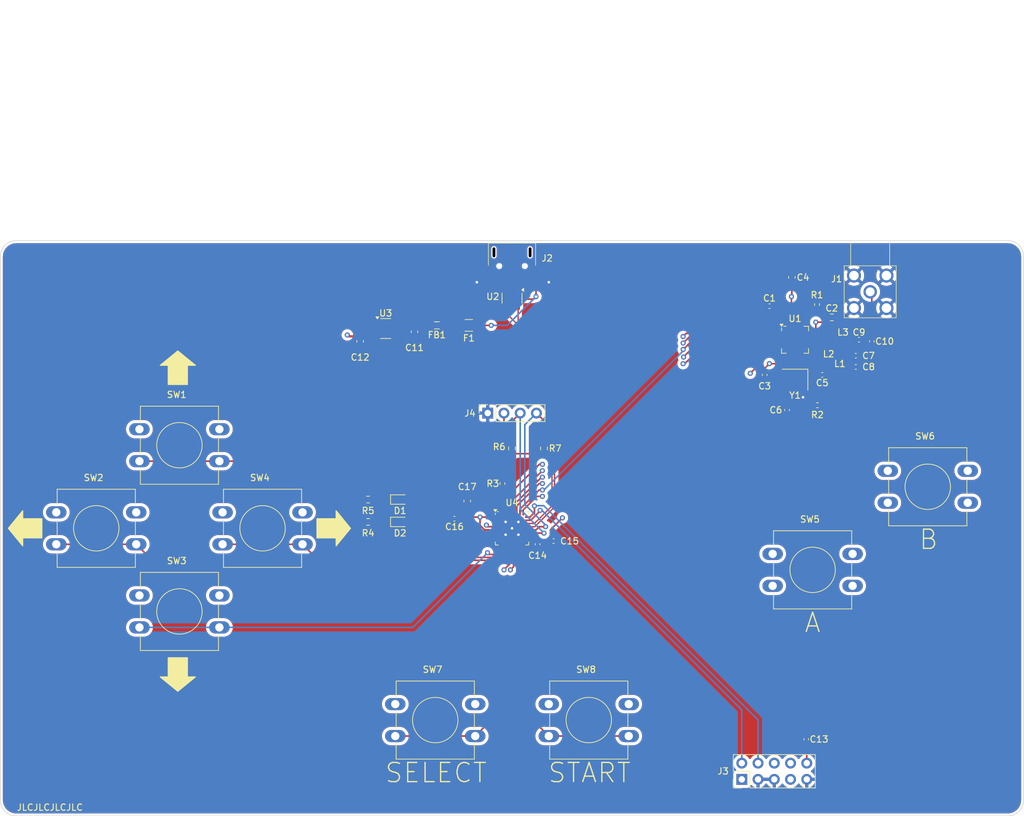
<source format=kicad_pcb>
(kicad_pcb (version 20240108) (generator "pcbnew") (generator_version "8.0")
  (title_block (date "2024-05-30"))
  (layers (0 "F.Cu" signal) (1 "In1.Cu" signal) (2 "In2.Cu" signal) (31 "B.Cu" signal) (34 "B.Paste" user) (35 "F.Paste" user) (36 "B.SilkS" user "B.Silkscreen") (37 "F.SilkS" user "F.Silkscreen") (38 "B.Mask" user) (39 "F.Mask" user) (44 "Edge.Cuts" user))
  (net 0 "")
  (net 1 "GND")
  (net 2 "Net-(U1-DVDD)")
  (net 3 "+3V3")
  (net 4 "NRF_XC1")
  (net 5 "NRF_XC2")
  (net 6 "NRF_VDD_PA")
  (net 7 "Net-(C9-Pad1)")
  (net 8 "Net-(J1-In)")
  (net 9 "Net-(U3-VI)")
  (net 10 "NRST")
  (net 11 "Net-(D1-K)")
  (net 12 "Net-(D1-A)")
  (net 13 "Net-(D2-A)")
  (net 14 "Net-(D2-K)")
  (net 15 "Net-(F1-Pad1)")
  (net 16 "+5V")
  (net 17 "USB_CONN_D-")
  (net 20 "USB_CONN_D+")
  (net 23 "SWDIO")
  (net 24 "SWCLK")
  (net 26 "I2C1_SCL")
  (net 27 "I2C1_SDA")
  (net 28 "NRF_ANT_1")
  (net 29 "NRF_ANT_2")
  (net 30 "Net-(U1-IREF)")
  (net 31 "Net-(U4-PH3)")
  (net 32 "Button_UP")
  (net 33 "Button_LF")
  (net 34 "Button_DN")
  (net 35 "Button_RT")
  (net 36 "Button_A")
  (net 37 "Button_B")
  (net 38 "SPI_MISO")
  (net 39 "NRF_CE")
  (net 40 "SPI_CS")
  (net 41 "SPI_SCK")
  (net 42 "SPI_MOSI")
  (net 43 "NRF_IRQ")
  (net 44 "USB_D+")
  (net 45 "USB_D-")
  (net 49 "Button_SELECT")
  (net 50 "Button_START")
  (footprint "Library:TC-1103-C-D" (layer "F.Cu") (at 189.25 109)
    (property "Reference" "SW5")
    (property "Value" "A")
  )
  (footprint "Package_TO_SOT_SMD:SOT-23-6" (layer "F.Cu") (at 148.5 69 -90)
    (property "Reference" "U2")
    (property "Value" "USBLC6-2SC6" (hide yes))
  )
  (footprint "Resistor_SMD:R_0603_1608Metric" (layer "F.Cu") (at 148.5 92.5 90)
    (property "Reference" "R6")
    (property "Value" "2.2k" (hide yes))
  )
  (footprint "Resistor_SMD:R_0603_1608Metric" (layer "F.Cu") (at 126 100.5 180)
    (property "Reference" "R5")
    (property "Value" "2.2k" (hide yes))
  )
  (footprint "Capacitor_SMD:C_0402_1005Metric" (layer "F.Cu") (at 191.5 86.5 -90)
    (property "Reference" "C6")
    (property "Value" "12p" (hide yes))
  )
  (footprint "Capacitor_SMD:C_0402_1005Metric" (layer "F.Cu") (at 202.25 79.75)
    (property "Reference" "C8")
    (property "Value" "4.7p" (hide yes))
  )
  (footprint "Inductor_SMD:L_0402_1005Metric" (layer "F.Cu") (at 198 75.985 -90)
    (property "Reference" "L2")
    (property "Value" "8.2n" (hide yes))
  )
  (footprint "Capacitor_SMD:C_0402_1005Metric" (layer "F.Cu") (at 188 81 -90)
    (property "Reference" "C3")
    (property "Value" "1n" (hide yes))
  )
  (footprint "Resistor_SMD:R_0402_1005Metric" (layer "F.Cu") (at 196.1875 70 90)
    (property "Reference" "R1")
    (property "Value" "22k" (hide yes))
  )
  (footprint "Capacitor_SMD:C_0402_1005Metric" (layer "F.Cu") (at 202.25 78)
    (property "Reference" "C7")
    (property "Value" "2.2n" (hide yes))
  )
  (footprint "Package_DFN_QFN:QFN-20-1EP_4x4mm_P0.5mm_EP2.5x2.5mm" (layer "F.Cu") (at 192.75 75.5)
    (property "Reference" "U1")
    (property "Value" "nRF24L01P" (hide yes))
  )
  (footprint "Connector_PinHeader_2.54mm:PinHeader_2x05_P2.54mm_Vertical" (layer "F.Cu") (at 184.425 144.275 90)
    (property "Reference" "J3")
    (property "Value" "SWD STLINk" (hide yes))
  )
  (footprint "Inductor_SMD:L_0402_1005Metric" (layer "F.Cu") (at 199.75 77.5 -90)
    (property "Reference" "L1")
    (property "Value" "2.7n" (hide yes))
  )
  (footprint "Library:XC6206P332MR" (layer "F.Cu") (at 128.75 73.75)
    (property "Reference" "U3")
    (property "Value" "XC6206P332MR" (hide yes))
  )
  (footprint "Capacitor_SMD:C_0603_1608Metric" (layer "F.Cu") (at 133.25 74.25 -90)
    (property "Reference" "C11")
    (property "Value" "10u" (hide yes))
  )
  (footprint "Library:TC-1103-C-D" (layer "F.Cu") (at 90.25 115.5)
    (property "Reference" "SW3")
    (property "Value" "DN")
  )
  (footprint "Inductor_SMD:L_0805_2012Metric" (layer "F.Cu") (at 136.75 73.25 180)
    (property "Reference" "FB1")
    (property "Value" "100 @ 100 MHz" (hide yes))
  )
  (footprint "Library:MICRO-02-G2P3-A1T2" (layer "F.Cu") (at 148.5 62.5 180)
    (property "Reference" "J2")
    (property "Value" "USB_B_Micro" (hide yes))
  )
  (footprint "Library:TC-1103-C-D" (layer "F.Cu") (at 154.25 132.5)
    (property "Reference" "SW8")
    (property "Value" "START")
  )
  (footprint "Library:TC-1103-C-D" (layer "F.Cu") (at 90.25 89.5)
    (property "Reference" "SW1")
    (property "Value" "UP")
  )
  (footprint "Fuse:Fuse_1206_3216Metric" (layer "F.Cu") (at 141.75 73.25)
    (property "Reference" "F1")
    (property "Value" "120 mA" (hide yes))
  )
  (footprint "LED_SMD:LED_0603_1608Metric" (layer "F.Cu") (at 131 104)
    (property "Reference" "D2")
    (property "Value" "GREEN" (hide yes))
  )
  (footprint "Crystal:Crystal_SMD_3225-4Pin_3.2x2.5mm" (layer "F.Cu") (at 192.75 81.75 180)
    (property "Reference" "Y1")
    (property "Value" "16 MHz" (hide yes))
  )
  (footprint "Inductor_SMD:L_0402_1005Metric" (layer "F.Cu") (at 200.25 75.5)
    (property "Reference" "L3")
    (property "Value" "3.9n" (hide yes))
  )
  (footprint "Capacitor_SMD:C_0402_1005Metric" (layer "F.Cu") (at 139.5 103.5 180)
    (property "Reference" "C16")
    (property "Value" "100n" (hide yes))
  )
  (footprint "Library:TC-1103-C-D" (layer "F.Cu") (at 207.25 96)
    (property "Reference" "SW6")
    (property "Value" "B")
  )
  (footprint "Capacitor_SMD:C_0402_1005Metric" (layer "F.Cu") (at 204.75 75.75 -90)
    (property "Reference" "C10")
    (property "Value" "1p" (hide yes))
  )
  (footprint "Capacitor_SMD:C_0603_1608Metric" (layer "F.Cu") (at 192.25 65.75 90)
    (property "Reference" "C4")
    (property "Value" "4.7u" (hide yes))
  )
  (footprint "Capacitor_SMD:C_0402_1005Metric" (layer "F.Cu") (at 202.75 75.5)
    (property "Reference" "C9")
    (property "Value" "1.5p" (hide yes))
  )
  (footprint "LED_SMD:LED_0603_1608Metric" (layer "F.Cu") (at 131 100.5)
    (property "Reference" "D1")
    (property "Value" "BLUE" (hide yes))
  )
  (footprint "Library:STM32L432KBU6" (layer "F.Cu") (at 148.5 105)
    (property "Reference" "U4")
    (property "Value" "STM32L432KBU6" (hide yes))
  )
  (footprint "Capacitor_SMD:C_0402_1005Metric" (layer "F.Cu") (at 155 107)
    (property "Reference" "C15")
    (property "Value" "100n" (hide yes))
  )
  (footprint "Library:TC-1103-C-D" (layer "F.Cu") (at 103.25 102.5)
    (property "Reference" "SW4")
    (property "Value" "RT")
  )
  (footprint "Capacitor_SMD:C_0603_1608Metric" (layer "F.Cu") (at 124.75 75.75 -90)
    (property "Reference" "C12")
    (property "Value" "10u" (hide yes))
  )
  (footprint "Resistor_SMD:R_0402_1005Metric" (layer "F.Cu") (at 147 98 90)
    (property "Reference" "R3")
    (property "Value" "10k" (hide yes))
  )
  (footprint "Library:TC-1103-C-D" (layer "F.Cu") (at 77.25 102.5)
    (property "Reference" "SW2")
    (property "Value" "LF")
  )
  (footprint "Library:SMA-KWE902" (layer "F.Cu") (at 204.5 68)
    (property "Reference" "J1")
    (property "Value" "SMA" (hide yes))
  )
  (footprint "Connector_PinSocket_2.54mm:PinSocket_1x04_P2.54mm_Vertical" (layer "F.Cu") (at 144.7 86.975 90)
    (property "Reference" "J4")
    (property "Value" "Conn_01x04" (hide yes))
  )
  (footprint "Capacitor_SMD:C_0402_1005Metric" (layer "F.Cu") (at 152.5 107.5 -90)
    (property "Reference" "C14")
    (property "Value" "100n" (hide yes))
  )
  (footprint "Capacitor_SMD:C_0402_1005Metric" (layer "F.Cu") (at 197 81)
    (property "Reference" "C5")
    (property "Value" "12p" (hide yes))
  )
  (footprint "Resistor_SMD:R_0402_1005Metric" (layer "F.Cu") (at 196.25 85.75 180)
    (property "Reference" "R2")
    (property "Value" "1M" (hide yes))
  )
  (footprint "Resistor_SMD:R_0603_1608Metric" (layer "F.Cu") (at 153.5 92.5 90)
    (property "Reference" "R7")
    (property "Value" "2.2k" (hide yes))
  )
  (footprint "Capacitor_SMD:C_0402_1005Metric" (layer "F.Cu") (at 188.75 70.25 180)
    (property "Reference" "C1")
    (property "Value" "33n" (hide yes))
  )
  (footprint "Capacitor_SMD:C_0603_1608Metric" (layer "F.Cu") (at 141.5 100.725 90)
    (property "Reference" "C17")
    (property "Value" "4.7u" (hide yes))
  )
  (footprint "Capacitor_SMD:C_0402_1005Metric" (layer "F.Cu") (at 194.5 138 90)
    (property "Reference" "C13")
    (property "Value" "100n" (hide yes))
  )
  (footprint "Resistor_SMD:R_0603_1608Metric" (layer "F.Cu") (at 126 104 180)
    (property "Reference" "R4")
    (property "Value" "2.2k" (hide yes))
  )
  (footprint "Resistor_SMD:R_0603_1608Metric" (layer "F.Cu") (at 198.5 72)
    (property "Reference" "C2")
    (property "Value" "10n" (hide yes))
  )
  (footprint "Library:TC-1103-C-D" (layer "F.Cu") (at 130.25 132.5)
    (property "Reference" "SW7")
    (property "Value" "SELECT")
  )
  (gr_poly (pts (xy 94.75 82.5) (xy 97.75 82.5) (xy 97.75 79.5) (xy 99 79.5) (xy 96.25 77.25) (xy 93.5 79.5) (xy 94.75 79.5)) (stroke (width 0.16)) (fill solid) (layer "F.SilkS"))
  (gr_poly (pts (xy 75 106.5) (xy 75 103.5) (xy 72 103.5) (xy 72 102.25) (xy 69.75 105) (xy 72 107.75) (xy 72 106.5)) (stroke (width 0.16)) (fill solid) (layer "F.SilkS"))
  (gr_poly (pts (xy 97.75 125.25) (xy 94.75 125.25) (xy 94.75 128.25) (xy 93.5 128.25) (xy 96.25 130.5) (xy 99 128.25) (xy 97.75 128.25)) (stroke (width 0.16)) (fill solid) (layer "F.SilkS"))
  (gr_poly (pts (xy 118 103.5) (xy 118 106.5) (xy 121 106.5) (xy 121 107.75) (xy 123.25 105) (xy 121 102.25) (xy 121 103.5)) (stroke (width 0.16)) (fill solid) (layer "F.SilkS"))
  (gr_line (start 68.5 147.5) (end 68.5 62.5) (stroke (width 0.1)) (layer "Edge.Cuts"))
  (gr_line (start 228.5 62.5) (end 228.5 147.5) (stroke (width 0.1)) (layer "Edge.Cuts"))
  (gr_arc (start 68.5 62.5) (mid 69.232233 60.732233) (end 71 60) (stroke (width 0.1)) (layer "Edge.Cuts"))
  (gr_arc (start 228.5 147.5) (mid 227.767767 149.267767) (end 226 150) (stroke (width 0.1)) (layer "Edge.Cuts"))
  (gr_arc (start 71 150) (mid 69.232233 149.267767) (end 68.5 147.5) (stroke (width 0.1)) (layer "Edge.Cuts"))
  (gr_line (start 71 60) (end 226 60) (stroke (width 0.1)) (layer "Edge.Cuts"))
  (gr_line (start 226 150) (end 71 150) (stroke (width 0.1)) (layer "Edge.Cuts"))
  (gr_arc (start 226 60) (mid 227.767767 60.732233) (end 228.5 62.5) (stroke (width 0.1)) (layer "Edge.Cuts"))
  (gr_text "JLCJLCJLCJLC" (at 71 149.25 0) (layer "F.SilkS") (effects (font (size 1 1) (thickness 0.16)) (justify left bottom)))
  (segment (start 147.2 64.5) (end 147.2 65.55) (width 0.25) (layer "F.Cu") (net 1))
  (segment (start 194.6875 75) (end 195.75 75) (width 0.25) (layer "F.Cu") (net 1))
  (segment (start 190.5 79.75) (end 189.5 80.75) (width 0.25) (layer "F.Cu") (net 1))
  (segment (start 191.75 73.5625) (end 191.75 73.0625) (width 0.25) (layer "F.Cu") (net 1))
  (segment (start 193.25 73.5625) (end 193.25 70.6875) (width 0.3) (layer "F.Cu") (net 1))
  (segment (start 146.75 101.75) (end 146 101) (width 0.25) (layer "F.Cu") (net 1))
  (segment (start 150.25 107.4375) (end 150.25 108.25) (width 0.25) (layer "F.Cu") (net 1))
  (segment (start 150.25 108.25) (end 151 109) (width 0.25) (layer "F.Cu") (net 1))
  (segment (start 193.25 70.6875) (end 193.6875 70.25) (width 0.3) (layer "F.Cu") (net 1))
  (segment (start 146.75 102.5625) (end 146.75 101.75) (width 0.25) (layer "F.Cu") (net 1))
  (segment (start 192.75 79.25) (end 192.25 79.75) (width 0.25) (layer "F.Cu") (net 1))
  (segment (start 148.024999 69) (end 145.5 69) (width 0.25) (layer "F.Cu") (net 1))
  (segment (start 190.35 80.9) (end 188.75 82.5) (width 0.25) (layer "F.Cu") (net 1))
  (segment (start 191.65 80.9) (end 190.35 80.9) (width 0.25) (layer "F.Cu") (net 1))
  (segment (start 191.75 73.0625) (end 190.6875 72) (width 0.25) (layer "F.Cu") (net 1))
  (segment (start 148.5 67.8625) (end 148.5 68.524999) (width 0.25) (layer "F.Cu") (net 1))
  (segment (start 147.2 65.55) (end 145.25 67.5) (width 0.25) (layer "F.Cu") (net 1))
  (segment (start 192.25 79.75) (end 190.5 79.75) (width 0.25) (layer "F.Cu") (net 1))
  (segment (start 148.5 68.524999) (end 148.024999 69) (width 0.25) (layer "F.Cu") (net 1))
  (segment (start 195.75 75) (end 196.5 74.25) (width 0.25) (layer "F.Cu") (net 1))
  (segment (start 192.75 77.4375) (end 192.75 79.25) (width 0.25) (layer "F.Cu") (net 1))
  (via (at 147.5 106) (size 0.8) (drill 0.4) (layers "F.Cu" "B.Cu") (net 1))
  (via (at 147.5 104) (size 0.8) (drill 0.4) (layers "F.Cu" "B.Cu") (net 1))
  (via (at 149.5 104) (size 0.8) (drill 0.4) (layers "F.Cu" "B.Cu") (net 1))
  (via (at 154.25 66.5) (size 0.8) (drill 0.4) (layers "F.Cu" "B.Cu") (net 1))
  (via (at 148.5 105) (size 0.8) (drill 0.4) (layers "F.Cu" "B.Cu") (net 1))
  (via (at 143 66.5) (size 0.8) (drill 0.4) (layers "F.Cu" "B.Cu") (net 1))
  (via (at 149.5 106) (size 0.8) (drill 0.4) (layers "F.Cu" "B.Cu") (net 1))
  (via (at 194 84.5) (size 0.8) (drill 0.4) (layers "F.Cu" "B.Cu") (net 1))
  (segment (start 191.1875 71) (end 191.1875 70.5) (width 0.25) (layer "F.Cu") (net 2))
  (segment (start 192.25 72.0625) (end 191.1875 71) (width 0.25) (layer "F.Cu") (net 2))
  (segment (start 192.25 73.5625) (end 192.25 72.0625) (width 0.25) (layer "F.Cu") (net 2))
  (segment (start 190.9375 70.25) (end 191.1875 70.5) (width 0.25) (layer "F.Cu") (net 2))
  (segment (start 189.23 70.25) (end 190.9375 70.25) (width 0.25) (layer "F.Cu") (net 2))
  (segment (start 148.5 93.325) (end 147.24 92.065) (width 0.25) (layer "F.Cu") (net 3))
  (segment (start 192.25 66.525) (end 192.25 68.6875) (width 0.25) (layer "F.Cu") (net 3))
  (segment (start 143.5 103.25) (end 143.5 104.525306) (width 0.25) (layer "F.Cu") (net 3))
  (segment (start 143.5 103.25) (end 140.23 103.25) (width 0.25) (layer "F.Cu") (net 3))
  (segment (start 192.25 79) (end 192.25 77.4375) (width 0.25) (layer "F.Cu") (net 3))
  (segment (start 188 79.974694) (end 188.737347 79.237347) (width 0.25) (layer "F.Cu") (net 3))
  (segment (start 188.737347 79.237347) (end 188.75 79.25) (width 0.25) (layer "F.Cu") (net 3))
  (segment (start 124.75 74.975) (end 122.975 74.975) (width 0.35) (layer "F.Cu") (net 3))
  (segment (start 195.162195 74.5) (end 194.6875 74.5) (width 0.25) (layer "F.Cu") (net 3))
  (segment (start 143.5 103.25) (end 146.0625 103.25) (width 0.25) (layer "F.Cu") (net 3))
  (segment (start 143.5 104.525306) (end 144.224694 105.25) (width 0.25) (layer "F.Cu") (net 3))
  (segment (start 192.1875 68.75) (end 192.1875 71.363604) (width 0.25) (layer "F.Cu") (net 3))
  (segment (start 192.75 71.926104) (end 192.75 73.5625) (width 0.25) (layer "F.Cu") (net 3))
  (segment (start 140.23 103.25) (end 139.98 103.5) (width 0.25) (layer "F.Cu") (net 3))
  (segment (start 122.975 74.975) (end 122.75 74.75) (width 0.25) (layer "F.Cu") (net 3))
  (segment (start 188 80.52) (end 188 79.974694) (width 0.25) (layer "F.Cu") (net 3))
  (segment (start 152.5 107.02) (end 154.5 107.02) (width 0.25) (layer "F.Cu") (net 3))
  (segment (start 127.6125 74.7) (end 125.025 74.7) (width 0.35) (layer "F.Cu") (net 3))
  (segment (start 147.24 92.065) (end 147.24 86.975) (width 0.25) (layer "F.Cu") (net 3))
  (segment (start 152.23 106.75) (end 152.5 107.02) (width 0.25) (layer "F.Cu") (net 3))
  (segment (start 188.75 79.25) (end 192 79.25) (width 0.25) (layer "F.Cu") (net 3))
  (segment (start 154.52 105.23) (end 154.52 107) (width 0.25) (layer "F.Cu") (net 3))
  (segment (start 153.5 93.325) (end 148.5 93.325) (width 0.25) (layer "F.Cu") (net 3))
  (segment (start 192.25 68.6875) (end 192.1875 68.75) (width 0.25) (layer "F.Cu") (net 3))
  (segment (start 125.025 74.7) (end 124.75 74.975) (width 0.25) (layer "F.Cu") (net 3))
  (segment (start 156.387653 103.362347) (end 154.52 105.23) (width 0.25) (layer "F.Cu") (net 3))
  (segment (start 192 79.25) (end 192.25 79) (width 0.25) (layer "F.Cu") (net 3))
  (segment (start 196 73.662195) (end 195.162195 74.5) (width 0.25) (layer "F.Cu") (net 3))
  (segment (start 196 72.75) (end 196 73.662195) (width 0.25) (layer "F.Cu") (net 3))
  (segment (start 150.9375 106.75) (end 152.23 106.75) (width 0.25) (layer "F.Cu") (net 3))
  (segment (start 154.5 107.02) (end 154.52 107) (width 0.25) (layer "F.Cu") (net 3))
  (segment (start 141.5 103.25) (end 141.5 101.5) (width 0.25) (layer "F.Cu") (net 3))
  (segment (start 144.224694 105.25) (end 146.0625 105.25) (width 0.25) (layer "F.Cu") (net 3))
  (segment (start 196 72.75) (end 196.925 72.75) (width 0.25) (layer "F.Cu") (net 3))
  (segment (start 192.1875 71.363604) (end 192.75 71.926104) (width 0.25) (layer "F.Cu") (net 3))
  (segment (start 196.925 72.75) (end 197.675 72) (width 0.25) (layer "F.Cu") (net 3))
  (via (at 122.75 74.75) (size 0.8) (drill 0.4) (layers "F.Cu" "B.Cu") (net 3))
  (via (at 188.737347 79.237347) (size 0.8) (drill 0.4) (layers "F.Cu" "B.Cu") (net 3))
  (via (at 192.1875 68.75) (size 0.8) (drill 0.4) (layers "F.Cu" "B.Cu") (net 3))
  (via (at 196 72.75) (size 0.8) (drill 0.4) (layers "F.Cu" "B.Cu") (net 3))
  (via (at 156.387653 103.362347) (size 0.8) (drill 0.4) (layers "F.Cu" "B.Cu") (net 3))
  (via (at 143.5 103.25) (size 0.8) (drill 0.4) (layers "F.Cu" "B.Cu") (net 3))
  (segment (start 193.75 80.8) (end 193.85 80.9) (width 0.25) (layer "F.Cu") (net 4))
  (segment (start 196.76 85.75) (end 196.76 81.24) (width 0.25) (layer "F.Cu") (net 4))
  (segment (start 193.75 77.4375) (end 193.75 79) (width 0.25) (layer "F.Cu") (net 4))
  (segment (start 196.76 81.24) (end 196.52 81) (width 0.25) (layer "F.Cu") (net 4))
  (segment (start 193.95 81) (end 193.85 80.9) (width 0.25) (layer "F.Cu") (net 4))
  (segment (start 196.52 81) (end 193.95 81) (width 0.25) (layer "F.Cu") (net 4))
  (segment (start 193.75 79) (end 193.75 80.8) (width 0.25) (layer "F.Cu") (net 4))
  (segment (start 192.75 81.75) (end 191.9 82.6) (width 0.25) (layer "F.Cu") (net 5))
  (segment (start 192.75 80.05) (end 192.75 81.75) (width 0.25) (layer "F.Cu") (net 5))
  (segment (start 193.25 77.4375) (end 193.25 79.55) (width 0.25) (layer "F.Cu") (net 5))
  (segment (start 191.9 82.6) (end 191.65 82.6) (width 0.25) (layer "F.Cu") (net 5))
  (segment (start 191.5 82.75) (end 191.65 82.6) (width 0.25) (layer "F.Cu") (net 5))
  (segment (start 191.5 86.02) (end 195.47 86.02) (width 0.25) (layer "F.Cu") (net 5))
  (segment (start 193.25 79.55) (end 192.75 80.05) (width 0.25) (layer "F.Cu") (net 5))
  (segment (start 195.47 86.02) (end 195.74 85.75) (width 0.25) (layer "F.Cu") (net 5))
  (segment (start 191.5 86.02) (end 191.5 82.75) (width 0.25) (layer "F.Cu") (net 5))
  (segment (start 199.75 77.985) (end 201.755 77.985) (width 0.25) (layer "F.Cu") (net 6))
  (segment (start 194.6875 76.5) (end 196.1725 77.985) (width 0.25) (layer "F.Cu") (net 6))
  (segment (start 196.1725 77.985) (end 199.75 77.985) (width 0.25) (layer "F.Cu") (net 6))
  (segment (start 201.755 77.985) (end 201.77 78) (width 0.25) (layer "F.Cu") (net 6))
  (segment (start 201.77 78) (end 201.77 79.75) (width 0.25) (layer "F.Cu") (net 6))
  (segment (start 200.735 75.5) (end 202.27 75.5) (width 0.25) (layer "F.Cu") (net 7))
  (segment (start 204.75 75.27) (end 204.75 68.25) (width 0.25) (layer "F.Cu") (net 8))
  (segment (start 204.75 68.25) (end 204.5 68) (width 0.25) (layer "F.Cu") (net 8))
  (segment (start 203.23 75.5) (end 204.52 75.5) (width 0.25) (layer "F.Cu") (net 8))
  (segment (start 204.52 75.5) (end 204.75 75.27) (width 0.25) (layer "F.Cu") (net 8))
  (segment (start 135.6875 73.25) (end 133.475 73.25) (width 0.35) (layer "F.Cu") (net 9))
  (segment (start 133.475 73.25) (end 133.25 73.475) (width 0.25) (layer "F.Cu") (net 9))
  (segment (start 132.975 73.75) (end 133.25 73.475) (width 0.25) (layer "F.Cu") (net 9))
  (segment (start 129.8875 73.75) (end 132.975 73.75) (width 0.35) (layer "F.Cu") (net 9))
  (segment (start 146.0625 104.75) (end 144.75 104.75) (width 0.25) (layer "F.Cu") (net 10))
  (segment (start 194.585 141.735) (end 194.585 138.565) (width 0.25) (layer "F.Cu") (net 10))
  (segment (start 194.585 138.565) (end 194.5 138.48) (width 0.25) (layer "F.Cu") (net 10))
  (segment (start 144.75 104.75) (end 144.5 104.5) (width 0.25) (layer "F.Cu") (net 10))
  (via (at 144.5 104.5) (size 0.8) (drill 0.4) (layers "F.Cu" "B.Cu") (net 10))
  (segment (start 130.2125 100.5) (end 126.825 100.5) (width 0.25) (layer "F.Cu") (net 11))
  (segment (start 132.7875 100.5) (end 131.7875 100.5) (width 0.25) (layer "F.Cu") (net 12))
  (segment (start 146.0625 105.75) (end 138.0375 105.75) (width 0.25) (layer "F.Cu") (net 12))
  (segment (start 138.0375 105.75) (end 132.7875 100.5) (width 0.25) (layer "F.Cu") (net 12))
  (segment (start 134.75 106.25) (end 132.5 104) (width 0.25) (layer "F.Cu") (net 13))
  (segment (start 146.0625 106.25) (end 134.75 106.25) (width 0.25) (layer "F.Cu") (net 13))
  (segment (start 132.5 104) (end 131.7875 104) (width 0.25) (layer "F.Cu") (net 13))
  (segment (start 130.2125 104) (end 126.825 104) (width 0.25) (layer "F.Cu") (net 14))
  (segment (start 140.35 73.25) (end 137.8125 73.25) (width 0.35) (layer "F.Cu") (net 15))
  (segment (start 143.75 72.65) (end 143.15 73.25) (width 0.25) (layer "F.Cu") (net 16))
  (segment (start 148.825001 69.15) (end 148.5 69.475001) (width 0.25) (layer "F.Cu") (net 16))
  (segment (start 151.85 69.15) (end 148.825001 69.15) (width 0.25) (layer "F.Cu") (net 16))
  (segment (start 148.5 69.475001) (end 148.5 70.1375) (width 0.25) (layer "F.Cu") (net 16))
  (segment (start 145.25 73.25) (end 143.15 73.25) (width 0.25) (layer "F.Cu") (net 16))
  (segment (start 152.25 66.95) (end 152.25 68.75) (width 0.25) (layer "F.Cu") (net 16))
  (segment (start 152.25 68.75) (end 151.85 69.15) (width 0.25) (layer "F.Cu") (net 16))
  (segment (start 149.8 64.5) (end 152.25 66.95) (width 0.25) (layer "F.Cu") (net 16))
  (via (at 152.25 68.75) (size 0.8) (drill 0.4) (layers "F.Cu" "B.Cu") (net 16))
  (via (at 145.25 73.25) (size 0.8) (drill 0.4) (layers "F.Cu" "B.Cu") (net 16))
  (segment (start 152.25 68.75) (end 147.75 73.25) (width 0.25) (layer "B.Cu") (net 16))
  (segment (start 147.75 73.25) (end 145.25 73.25) (width 0.25) (layer "B.Cu") (net 16))
  (segment (start 149.56201 66.412408) (end 149.56201 66.700398) (width 0.2) (layer "F.Cu") (net 17))
  (segment (start 149.25 67.6625) (end 149.45 67.8625) (width 0.2) (layer "F.Cu") (net 17))
  (segment (start 149.25 67.012408) (end 149.25 67.300398) (width 0.2) (layer "F.Cu") (net 17))
  (segment (start 149.25 67.5) (end 149.25 67.6625) (width 0.2) (layer "F.Cu") (net 17))
  (segment (start 149.25 67.300398) (end 149.25 67.5) (width 0.2) (layer "F.Cu") (net 17))
  (segment (start 149.15 64.5) (end 149.25 64.6) (width 0.2) (layer "F.Cu") (net 17))
  (segment (start 149.25 64.6) (end 149.25 66.100398) (width 0.2) (layer "F.Cu") (net 17))
  (arc (start 149.406005 66.256403) (mid 149.516317 66.302096) (end 149.56201 66.412408) (width 0.2) (layer "F.Cu") (net 17))
  (arc (start 149.56201 66.700398) (mid 149.516317 66.81071) (end 149.406005 66.856403) (width 0.2) (layer "F.Cu") (net 17))
  (arc (start 149.406005 66.856403) (mid 149.295693 66.902096) (end 149.25 67.012408) (width 0.2) (layer "F.Cu") (net 17))
  (arc (start 149.25 66.100398) (mid 149.295693 66.21071) (end 149.406005 66.256403) (width 0.2) (layer "F.Cu") (net 17))
  (segment (start 147.55 66.45) (end 147.55 67.8625) (width 0.2) (layer "F.Cu") (net 20))
  (segment (start 148.5 65.5) (end 147.55 66.45) (width 0.2) (layer "F.Cu") (net 20))
  (segment (start 148.5 64.5) (end 148.5 65.5) (width 0.2) (layer "F.Cu") (net 20))
  (segment (start 152.895937 102.278803) (end 151.42474 103.75) (width 0.25) (layer "F.Cu") (net 23))
  (segment (start 151.42474 103.75) (end 150.9375 103.75) (width 0.25) (layer "F.Cu") (net 23))
  (segment (start 152.895937 102.187812) (end 152.895937 102.278803) (width 0.25) (layer "F.Cu") (net 23))
  (via (at 152.895937 102.187812) (size 0.8) (drill 0.4) (layers "F.Cu" "B.Cu") (net 23))
  (segment (start 184.425 133.425) (end 184.425 141.735) (width 0.25) (layer "B.Cu") (net 23))
  (segment (start 153.187812 102.187812) (end 184.425 133.425) (width 0.25) (layer "B.Cu") (net 23))
  (segment (start 152.895937 102.187812) (end 153.187812 102.187812) (width 0.25) (layer "B.Cu") (net 23))
  (segment (start 151.288344 103.25) (end 150.9375 103.25) (width 0.25) (layer "F.Cu") (net 24))
  (segment (start 152 101.5) (end 152 102.538344) (width 0.25) (layer "F.Cu") (net 24))
  (segment (start 152 102.538344) (end 151.288344 103.25) (width 0.25) (layer "F.Cu") (net 24))
  (via (at 152 101.5) (size 0.8) (drill 0.4) (layers "F.Cu" "B.Cu") (net 24))
  (segment (start 152 101.5) (end 152.037188 101.462812) (width 0.25) (layer "B.Cu") (net 24))
  (segment (start 152.037188 101.462812) (end 153.462812 101.462812) (width 0.25) (layer "B.Cu") (net 24))
  (segment (start 153.462812 101.462812) (end 186.965 134.965) (width 0.25) (layer "B.Cu") (net 24))
  (segment (start 186.965 134.965) (end 186.965 141.735) (width 0.25) (layer "B.Cu") (net 24))
  (segment (start 148.5 88.255) (end 149.78 86.975) (width 0.25) (layer "F.Cu") (net 26))
  (segment (start 153.5 105.75) (end 150.9375 105.75) (width 0.25) (layer "F.Cu") (net 26))
  (segment (start 148.5 91.675) (end 148.5 88.255) (width 0.25) (layer "F.Cu") (net 26))
  (via (at 153.5 105.75) (size 0.8) (drill 0.4) (layers "F.Cu" "B.Cu") (net 26))
  (segment (start 149.78 102.03) (end 149.78 86.975) (width 0.25) (layer "B.Cu") (net 26))
  (segment (start 153.5 105.75) (end 149.78 102.03) (width 0.25) (layer "B.Cu") (net 26))
  (segment (start 153.5 91.675) (end 153.5 88.155) (width 0.25) (layer "F.Cu") (net 27))
  (segment (start 152.75 104.75) (end 152.25 105.25) (width 0.25) (layer "F.Cu") (net 27))
  (segment (start 152.25 105.25) (end 150.9375 105.25) (width 0.25) (layer "F.Cu") (net 27))
  (segment (start 153.5 88.155) (end 152.32 86.975) (width 0.25) (layer "F.Cu") (net 27))
  (segment (start 153.75 104.75) (end 152.75 104.75) (width 0.25) (layer "F.Cu") (net 27))
  (via (at 153.75 104.75) (size 0.8) (drill 0.4) (layers "F.Cu" "B.Cu") (net 27))
  (segment (start 150.5 101.25) (end 150.5 88.795) (width 0.25) (layer "B.Cu") (net 27))
  (segment (start 153.75 104.5) (end 150.5 101.25) (width 0.25) (layer "B.Cu") (net 27))
  (segment (start 150.5 88.795) (end 152.32 86.975) (width 0.25) (layer "B.Cu") (net 27))
  (segment (start 153.75 104.75) (end 153.75 104.5) (width 0.25) (layer "B.Cu") (net 27))
  (segment (start 197.507696 76) (end 197.977696 76.47) (width 0.25) (layer "F.Cu") (net 28))
  (segment (start 198.545 77.015) (end 198 76.47) (width 0.25) (layer "F.Cu") (net 28))
  (segment (start 197.977696 76.47) (end 198 76.47) (width 0.25) (layer "F.Cu") (net 28))
  (segment (start 194.6875 76) (end 197.507696 76) (width 0.25) (layer "F.Cu") (net 28))
  (segment (start 199.75 77.015) (end 198.545 77.015) (width 0.25) (layer "F.Cu") (net 28))
  (segment (start 198 75.5) (end 199.765 75.5) (width 0.25) (layer "F.Cu") (net 29))
  (segment (start 194.6875 75.5) (end 198 75.5) (width 0.25) (layer "F.Cu") (net 29))
  (segment (start 193.75 73.5625) (end 193.75 73) (width 0.25) (layer "F.Cu") (net 30))
  (segment (start 196.1875 70.5625) (end 196.1875 70.51) (width 0.25) (layer "F.Cu") (net 30))
  (segment (start 193.75 73) (end 196.1875 70.5625) (width 0.25) (layer "F.Cu") (net 30))
  (segment (start 147.25 101.16263) (end 147 100.91263) (width 0.25) (layer "F.Cu") (net 31))
  (segment (start 147.25 102.5625) (end 147.25 101.16263) (width 0.25) (layer "F.Cu") (net 31))
  (segment (start 147 100.91263) (end 147 98.51) (width 0.25) (layer "F.Cu") (net 31))
  (segment (start 112 94.5) (end 124.25 106.75) (width 0.25) (layer "F.Cu") (net 32))
  (segment (start 90.25 94.5) (end 102.75 94.5) (width 0.25) (layer "F.Cu") (net 32))
  (segment (start 102.75 94.5) (end 112 94.5) (width 0.25) (layer "F.Cu") (net 32))
  (segment (start 124.25 106.75) (end 146.0625 106.75) (width 0.25) (layer "F.Cu") (net 32))
  (segment (start 77.25 107.5) (end 89.75 107.5) (width 0.25) (layer "F.Cu") (net 33))
  (segment (start 92.25 110) (end 146.511396 110) (width 0.25) (layer "F.Cu") (net 33))
  (segment (start 89.75 107.5) (end 92.25 110) (width 0.25) (layer "F.Cu") (net 33))
  (segment (start 147.75 108.761396) (end 147.75 107.4375) (width 0.25) (layer "F.Cu") (net 33))
  (segment (start 146.511396 110) (end 147.75 108.761396) (width 0.25) (layer "F.Cu") (net 33))
  (segment (start 144.95 109.1) (end 146.138604 109.1) (width 0.25) (layer "F.Cu") (net 34))
  (segment (start 146.138604 109.1) (end 146.75 108.488604) (width 0.25) (layer "F.Cu") (net 34))
  (segment (start 146.75 108.488604) (end 146.75 107.4375) (width 0.25) (layer "F.Cu") (net 34))
  (segment (start 144.675 108.825) (end 144.95 109.1) (width 0.25) (layer "F.Cu") (net 34))
  (via (at 144.675 108.825) (size 0.8) (drill 0.4) (layers "F.Cu" "B.Cu") (net 34))
  (segment (start 133 120.5) (end 102.75 120.5) (width 0.25) (layer "B.Cu") (net 34))
  (segment (start 90.25 120.5) (end 102.75 120.5) (width 0.25) (layer "B.Cu") (net 34))
  (segment (start 144.675 108.825) (end 133 120.5) (width 0.25) (layer "B.Cu") (net 34))
  (segment (start 117.8 109.55) (end 146.325 109.55) (width 0.25) (layer "F.Cu") (net 35))
  (segment (start 147.25 108.625) (end 147.25 107.4375) (width 0.25) (layer "F.Cu") (net 35))
  (segment (start 146.325 109.55) (end 147.25 108.625) (width 0.25) (layer "F.Cu") (net 35))
  (segment (start 103.25 107.5) (end 115.75 107.5) (width 0.25) (layer "F.Cu") (net 35))
  (segment (start 115.75 107.5) (end 117.8 109.55) (width 0.25) (layer "F.Cu") (net 35))
  (segment (start 147.25 111.5) (end 147.25 111.474695) (width 0.25) (layer "F.Cu") (net 36))
  (segment (start 147.25 111.474695) (end 148.25 110.474695) (width 0.25) (layer "F.Cu") (net 36))
  (segment (start 148.25 110.474695) (end 148.25 107.4375) (width 0.25) (layer "F.Cu") (net 36))
  (via (at 147.25 111.5) (size 0.8) (drill 0.4) (layers "F.Cu" "B.Cu") (net 36))
  (segment (start 147.25 111.5) (end 147.25 111.525305) (width 0.25) (layer "B.Cu") (net 36))
  (segment (start 148.75 111) (end 148.75 107.4375) (width 0.25) (layer "F.Cu") (net 37))
  (segment (start 148.25 111.5) (end 148.75 111) (width 0.25) (layer "F.Cu") (net 37))
  (via (at 148.25 111.5) (size 0.8) (drill 0.4) (layers "F.Cu" "B.Cu") (net 37))
  (segment (start 153.25 97.999997) (end 152.750003 97.999997) (width 0.25) (layer "F.Cu") (net 38))
  (segment (start 149.25 101.5) (end 149.25 102.5625) (width 0.25) (layer "F.Cu") (net 38))
  (segment (start 178.25 76.5) (end 190.8125 76.5) (width 0.25) (layer "F.Cu") (net 38))
  (segment (start 175.25 79.25) (end 175.5 79.25) (width 0.25) (layer "F.Cu") (net 38))
  (segment (start 152.750003 97.999997) (end 149.25 101.5) (width 0.25) (layer "F.Cu") (net 38))
  (segment (start 175.5 79.25) (end 178.25 76.5) (width 0.25) (layer "F.Cu") (net 38))
  (via (at 175.25 79.25) (size 0.8) (drill 0.4) (layers "F.Cu" "B.Cu") (net 38))
  (via (at 153.25 97.999997) (size 0.8) (drill 0.4) (layers "F.Cu" "B.Cu") (net 38))
  (segment (start 175.75 74.5) (end 190.8125 74.5) (width 0.25) (layer "F.Cu") (net 39))
  (segment (start 153.254505 94.987491) (end 152.762509 94.987491) (width 0.25) (layer "F.Cu") (net 39))
  (segment (start 147.75 100) (end 147.75 102.5625) (width 0.25) (layer "F.Cu") (net 39))
  (segment (start 175.25 75) (end 175.75 74.5) (width 0.25) (layer "F.Cu") (net 39))
  (segment (start 152.762509 94.987491) (end 147.75 100) (width 0.25) (layer "F.Cu") (net 39))
  (via (at 153.254505 94.987491) (size 0.8) (drill 0.4) (layers "F.Cu" "B.Cu") (net 39))
  (via (at 175.25 75) (size 0.8) (drill 0.4) (layers "F.Cu" "B.Cu") (net 39))
  (segment (start 175.262653 76.012653) (end 176.275306 75) (width 0.25) (layer "F.Cu") (net 40))
  (segment (start 153.237347 95.987348) (end 148.25 100.974695) (width 0.25) (layer "F.Cu") (net 40))
  (segment (start 148.25 100.974695) (end 148.25 102.5625) (width 0.25) (layer "F.Cu") (net 40))
  (segment (start 153.237347 95.987347) (end 153.237347 95.987348) (width 0.25) (layer "F.Cu") (net 40))
  (segment (start 176.275306 75) (end 190.8125 75) (width 0.25) (layer "F.Cu") (net 40))
  (via (at 175.262653 76.012653) (size 0.8) (drill 0.4) (layers "F.Cu" "B.Cu") (net 40))
  (via (at 153.237347 95.987347) (size 0.8) (drill 0.4) (layers "F.Cu" "B.Cu") (net 40))
  (segment (start 175.256286 77.01902) (end 175.537653 76.737653) (width 0.25) (layer "F.Cu") (net 41))
  (segment (start 175.537653 76.737653) (end 175.562958 76.737653) (width 0.25) (layer "F.Cu") (net 41))
  (segment (start 175.562958 76.737653) (end 175.987653 76.312958) (width 0.25) (layer "F.Cu") (net 41))
  (segment (start 149.75 101.988605) (end 152.738605 99) (width 0.25) (layer "F.Cu") (net 41))
  (segment (start 149.75 102.5625) (end 149.75 101.988605) (width 0.25) (layer "F.Cu") (net 41))
  (segment (start 152.738605 99) (end 153.25 99) (width 0.25) (layer "F.Cu") (net 41))
  (segment (start 175.987653 76.312958) (end 175.987653 76.287653) (width 0.25) (layer "F.Cu") (net 41))
  (segment (start 175.987653 76.287653) (end 176.775306 75.5) (width 0.25) (layer "F.Cu") (net 41))
  (segment (start 176.775306 75.5) (end 190.8125 75.5) (width 0.25) (layer "F.Cu") (net 41))
  (via (at 153.25 99) (size 0.8) (drill 0.4) (layers "F.Cu" "B.Cu") (net 41))
  (via (at 175.256286 77.01902) (size 0.8) (drill 0.4) (layers "F.Cu" "B.Cu") (net 41))
  (segment (start 175.256286 77.01902) (end 175.256286 77.243714) (width 0.25) (layer "B.Cu") (net 41))
  (segment (start 153.5 99) (end 153.25 99) (width 0.25) (layer "B.Cu") (net 41))
  (segment (start 175.256286 77.243714) (end 153.5 99) (width 0.25) (layer "B.Cu") (net 41))
  (segment (start 148.75 102.5625) (end 148.75 101.363604) (width 0.25) (layer "F.Cu") (net 42))
  (segment (start 175.31727 78.18273) (end 177.5 76) (width 0.25) (layer "F.Cu") (net 42))
  (segment (start 148.75 101.363604) (end 153.113604 97) (width 0.25) (layer "F.Cu") (net 42))
  (segment (start 177.5 76) (end 190.8125 76) (width 0.25) (layer "F.Cu") (net 42))
  (segment (start 153.113604 97) (end 153.25 97) (width 0.25) (layer "F.Cu") (net 42))
  (segment (start 175.31727 78.208036) (end 175.31727 78.18273) (width 0.25) (layer "F.Cu") (net 42))
  (via (at 153.25 97) (size 0.8) (drill 0.4) (layers "F.Cu" "B.Cu") (net 42))
  (via (at 175.31727 78.208036) (size 0.8) (drill 0.4) (layers "F.Cu" "B.Cu") (net 42))
  (segment (start 152.375001 100) (end 153.25 100) (width 0.25) (layer "F.Cu") (net 43))
  (segment (start 150.25 102.125001) (end 152.375001 100) (width 0.25) (layer "F.Cu") (net 43))
  (segment (start 189.0625 77.4375) (end 191.75 77.4375) (width 0.25) (layer "F.Cu") (net 43))
  (segment (start 185.75 80.75) (end 189.0625 77.4375) (width 0.25) (layer "F.Cu") (net 43))
  (segment (start 150.25 102.5625) (end 150.25 102.125001) (width 0.25) (layer "F.Cu") (net 43))
  (via (at 185.75 80.75) (size 0.8) (drill 0.4) (layers "F.Cu" "B.Cu") (net 43))
  (via (at 153.25 100) (size 0.8) (drill 0.4) (layers "F.Cu" "B.Cu") (net 43))
  (segment (start 147.55 71.3) (end 147.55 70.1375) (width 0.2) (layer "F.Cu") (net 44))
  (segment (start 154.75 101.5) (end 154.75 78.5) (width 0.2) (layer "F.Cu") (net 44))
  (segment (start 152 104.25) (end 154.75 101.5) (width 0.2) (layer "F.Cu") (net 44))
  (segment (start 150.9375 104.25) (end 152 104.25) (width 0.2) (layer "F.Cu") (net 44))
  (segment (start 154.75 78.5) (end 147.55 71.3) (width 0.2) (layer "F.Cu") (net 44))
  (segment (start 155.15 101.665686) (end 152.065686 104.75) (width 0.2) (layer "F.Cu") (net 45))
  (segment (start 149.45 70.1375) (end 149.45 72.634314) (width 0.2) (layer "F.Cu") (net 45))
  (segment (start 152.065686 104.75) (end 150.9375 104.75) (width 0.2) (layer "F.Cu") (net 45))
  (segment (start 155.15 78.334314) (end 155.15 101.665686) (width 0.2) (layer "F.Cu") (net 45))
  (segment (start 149.45 72.634314) (end 155.15 78.334314) (width 0.2) (layer "F.Cu") (net 45))
  (segment (start 130.25 137.5) (end 142.75 137.5) (width 0.25) (layer "F.Cu") (net 49))
  (segment (start 149.25 131) (end 149.25 107.4375) (width 0.25) (layer "F.Cu") (net 49))
  (segment (start 142.75 137.5) (end 149.25 131) (width 0.25) (layer "F.Cu") (net 49))
  (segment (start 149.75 133) (end 149.75 107.4375) (width 0.25) (layer "F.Cu") (net 50))
  (segment (start 154.25 137.5) (end 149.75 133) (width 0.25) (layer "F.Cu") (net 50))
  (segment (start 166.75 137.5) (end 154.25 137.5) (width 0.25) (layer "F.Cu") (net 50))
  (zone (net 1) (net_name "GND") (layer "F.Cu") (priority 2) (connect_pads (clearance 0.5)) (min_thickness 0.25) (fill yes (thermal_gap 0.5) (thermal_bridge_width 0.5))
    (polygon (pts (xy 228.5 60) (xy 228.5 150) (xy 68.5 150) (xy 68.5 60)))
  )
  (zone (net 1) (net_name "GND") (layer "B.Cu") (priority 3) (connect_pads (clearance 0.5)) (min_thickness 0.25) (fill yes (thermal_gap 0.5) (thermal_bridge_width 0.5))
    (polygon (pts (xy 68.5 60) (xy 228.5 60) (xy 228.5 150) (xy 68.5 150)))
  )
)
</source>
